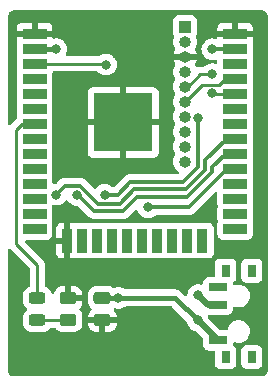
<source format=gbr>
%TF.GenerationSoftware,KiCad,Pcbnew,(6.0.5)*%
%TF.CreationDate,2023-03-06T17:13:12-03:00*%
%TF.ProjectId,ESP32_MicroSD,45535033-325f-44d6-9963-726f53442e6b,rev?*%
%TF.SameCoordinates,Original*%
%TF.FileFunction,Copper,L1,Top*%
%TF.FilePolarity,Positive*%
%FSLAX46Y46*%
G04 Gerber Fmt 4.6, Leading zero omitted, Abs format (unit mm)*
G04 Created by KiCad (PCBNEW (6.0.5)) date 2023-03-06 17:13:12*
%MOMM*%
%LPD*%
G01*
G04 APERTURE LIST*
G04 Aperture macros list*
%AMRoundRect*
0 Rectangle with rounded corners*
0 $1 Rounding radius*
0 $2 $3 $4 $5 $6 $7 $8 $9 X,Y pos of 4 corners*
0 Add a 4 corners polygon primitive as box body*
4,1,4,$2,$3,$4,$5,$6,$7,$8,$9,$2,$3,0*
0 Add four circle primitives for the rounded corners*
1,1,$1+$1,$2,$3*
1,1,$1+$1,$4,$5*
1,1,$1+$1,$6,$7*
1,1,$1+$1,$8,$9*
0 Add four rect primitives between the rounded corners*
20,1,$1+$1,$2,$3,$4,$5,0*
20,1,$1+$1,$4,$5,$6,$7,0*
20,1,$1+$1,$6,$7,$8,$9,0*
20,1,$1+$1,$8,$9,$2,$3,0*%
G04 Aperture macros list end*
%TA.AperFunction,ComponentPad*%
%ADD10R,1.000000X1.000000*%
%TD*%
%TA.AperFunction,ComponentPad*%
%ADD11O,1.000000X1.000000*%
%TD*%
%TA.AperFunction,SMDPad,CuDef*%
%ADD12RoundRect,0.250000X-0.475000X0.250000X-0.475000X-0.250000X0.475000X-0.250000X0.475000X0.250000X0*%
%TD*%
%TA.AperFunction,SMDPad,CuDef*%
%ADD13R,2.000000X0.900000*%
%TD*%
%TA.AperFunction,SMDPad,CuDef*%
%ADD14R,0.900000X2.000000*%
%TD*%
%TA.AperFunction,SMDPad,CuDef*%
%ADD15R,5.000000X5.000000*%
%TD*%
%TA.AperFunction,SMDPad,CuDef*%
%ADD16R,0.800000X1.000000*%
%TD*%
%TA.AperFunction,SMDPad,CuDef*%
%ADD17R,1.500000X0.700000*%
%TD*%
%TA.AperFunction,SMDPad,CuDef*%
%ADD18RoundRect,0.250000X0.450000X-0.262500X0.450000X0.262500X-0.450000X0.262500X-0.450000X-0.262500X0*%
%TD*%
%TA.AperFunction,SMDPad,CuDef*%
%ADD19RoundRect,0.243750X0.456250X-0.243750X0.456250X0.243750X-0.456250X0.243750X-0.456250X-0.243750X0*%
%TD*%
%TA.AperFunction,ViaPad*%
%ADD20C,0.800000*%
%TD*%
%TA.AperFunction,Conductor*%
%ADD21C,0.250000*%
%TD*%
%TA.AperFunction,Conductor*%
%ADD22C,0.300000*%
%TD*%
%TA.AperFunction,Conductor*%
%ADD23C,0.400000*%
%TD*%
%TA.AperFunction,Conductor*%
%ADD24C,0.500000*%
%TD*%
G04 APERTURE END LIST*
D10*
%TO.P,J1,9,Pin_9*%
%TO.N,Net-(J1-Pad9)*%
X87500000Y-76900000D03*
D11*
%TO.P,J1,10,Pin_10*%
%TO.N,unconnected-(J1-Pad10)*%
X87500000Y-78170000D03*
%TO.P,J1,11,Pin_11*%
%TO.N,GND*%
X87500000Y-79440000D03*
%TO.P,J1,12,Pin_12*%
%TO.N,unconnected-(J1-Pad12)*%
X87500000Y-80710000D03*
%TO.P,J1,13,Pin_13*%
%TO.N,/RX*%
X87500000Y-81980000D03*
%TO.P,J1,14,Pin_14*%
%TO.N,/TX*%
X87500000Y-83250000D03*
%TO.P,J1,15,Pin_15*%
%TO.N,unconnected-(J1-Pad15)*%
X87500000Y-84520000D03*
%TO.P,J1,16,Pin_16*%
%TO.N,unconnected-(J1-Pad16)*%
X87500000Y-85790000D03*
%TO.P,J1,17,Pin_17*%
%TO.N,unconnected-(J1-Pad17)*%
X87500000Y-87060000D03*
%TO.P,J1,18,Pin_18*%
%TO.N,unconnected-(J1-Pad18)*%
X87500000Y-88330000D03*
%TD*%
D12*
%TO.P,C2,1*%
%TO.N,+3V3*%
X80500000Y-99850000D03*
%TO.P,C2,2*%
%TO.N,GND*%
X80500000Y-101750000D03*
%TD*%
D13*
%TO.P,U1,1,GND*%
%TO.N,GND*%
X74750000Y-77495000D03*
%TO.P,U1,2,VDD*%
%TO.N,+3V3*%
X74750000Y-78765000D03*
%TO.P,U1,3,EN*%
%TO.N,Net-(JP1-Pad2)*%
X74750000Y-80035000D03*
%TO.P,U1,4,SENSOR_VP*%
%TO.N,unconnected-(U1-Pad4)*%
X74750000Y-81305000D03*
%TO.P,U1,5,SENSOR_VN*%
%TO.N,unconnected-(U1-Pad5)*%
X74750000Y-82575000D03*
%TO.P,U1,6,IO34*%
%TO.N,unconnected-(U1-Pad6)*%
X74750000Y-83845000D03*
%TO.P,U1,7,IO35*%
%TO.N,Net-(D1-Pad2)*%
X74750000Y-85115000D03*
%TO.P,U1,8,IO32*%
%TO.N,unconnected-(U1-Pad8)*%
X74750000Y-86385000D03*
%TO.P,U1,9,IO33*%
%TO.N,unconnected-(U1-Pad9)*%
X74750000Y-87655000D03*
%TO.P,U1,10,IO25*%
%TO.N,unconnected-(U1-Pad10)*%
X74750000Y-88925000D03*
%TO.P,U1,11,IO26*%
%TO.N,unconnected-(U1-Pad11)*%
X74750000Y-90195000D03*
%TO.P,U1,12,IO27*%
%TO.N,unconnected-(U1-Pad12)*%
X74750000Y-91465000D03*
%TO.P,U1,13,IO14*%
%TO.N,unconnected-(U1-Pad13)*%
X74750000Y-92735000D03*
%TO.P,U1,14,IO12*%
%TO.N,unconnected-(U1-Pad14)*%
X74750000Y-94005000D03*
D14*
%TO.P,U1,15,GND*%
%TO.N,GND*%
X77535000Y-95005000D03*
%TO.P,U1,16,IO13*%
%TO.N,unconnected-(U1-Pad16)*%
X78805000Y-95005000D03*
%TO.P,U1,17,SHD/SD2*%
%TO.N,unconnected-(U1-Pad17)*%
X80075000Y-95005000D03*
%TO.P,U1,18,SWP/SD3*%
%TO.N,unconnected-(U1-Pad18)*%
X81345000Y-95005000D03*
%TO.P,U1,19,SCS/CMD*%
%TO.N,unconnected-(U1-Pad19)*%
X82615000Y-95005000D03*
%TO.P,U1,20,SCK/CLK*%
%TO.N,unconnected-(U1-Pad20)*%
X83885000Y-95005000D03*
%TO.P,U1,21,SDO/SD0*%
%TO.N,unconnected-(U1-Pad21)*%
X85155000Y-95005000D03*
%TO.P,U1,22,SDI/SD1*%
%TO.N,unconnected-(U1-Pad22)*%
X86425000Y-95005000D03*
%TO.P,U1,23,IO15*%
%TO.N,unconnected-(U1-Pad23)*%
X87695000Y-95005000D03*
%TO.P,U1,24,IO2*%
%TO.N,unconnected-(U1-Pad24)*%
X88965000Y-95005000D03*
D13*
%TO.P,U1,25,IO0*%
%TO.N,unconnected-(U1-Pad25)*%
X91750000Y-94005000D03*
%TO.P,U1,26,IO4*%
%TO.N,unconnected-(U1-Pad26)*%
X91750000Y-92735000D03*
%TO.P,U1,27,IO16*%
%TO.N,unconnected-(U1-Pad27)*%
X91750000Y-91465000D03*
%TO.P,U1,28,IO17*%
%TO.N,unconnected-(U1-Pad28)*%
X91750000Y-90195000D03*
%TO.P,U1,29,IO5*%
%TO.N,/IO5*%
X91750000Y-88925000D03*
%TO.P,U1,30,IO18*%
%TO.N,/IO18*%
X91750000Y-87655000D03*
%TO.P,U1,31,IO19*%
%TO.N,/IO19*%
X91750000Y-86385000D03*
%TO.P,U1,32,NC*%
%TO.N,unconnected-(U1-Pad32)*%
X91750000Y-85115000D03*
%TO.P,U1,33,IO21*%
%TO.N,unconnected-(U1-Pad33)*%
X91750000Y-83845000D03*
%TO.P,U1,34,RXD0/IO3*%
%TO.N,/RX*%
X91750000Y-82575000D03*
%TO.P,U1,35,TXD0/IO1*%
%TO.N,/TX*%
X91750000Y-81305000D03*
%TO.P,U1,36,IO22*%
%TO.N,unconnected-(U1-Pad36)*%
X91750000Y-80035000D03*
%TO.P,U1,37,IO23*%
%TO.N,/IO23*%
X91750000Y-78765000D03*
%TO.P,U1,38,GND*%
%TO.N,GND*%
X91750000Y-77495000D03*
D15*
%TO.P,U1,39,GND*%
X82250000Y-84995000D03*
%TD*%
D16*
%TO.P,SW1,*%
%TO.N,*%
X90920000Y-97550000D03*
X93130000Y-97550000D03*
X93130000Y-104850000D03*
X90920000Y-104850000D03*
D17*
%TO.P,SW1,1,A*%
%TO.N,+3V3*%
X90270000Y-103450000D03*
%TO.P,SW1,2,B*%
%TO.N,Net-(J1-Pad9)*%
X90270000Y-100450000D03*
%TO.P,SW1,3,C*%
%TO.N,unconnected-(SW1-Pad3)*%
X90270000Y-98950000D03*
%TD*%
D18*
%TO.P,R5,1*%
%TO.N,Net-(D1-Pad1)*%
X77600000Y-101712500D03*
%TO.P,R5,2*%
%TO.N,GND*%
X77600000Y-99887500D03*
%TD*%
D19*
%TO.P,D1,1,K*%
%TO.N,Net-(D1-Pad1)*%
X75000000Y-101737500D03*
%TO.P,D1,2,A*%
%TO.N,Net-(D1-Pad2)*%
X75000000Y-99862500D03*
%TD*%
D20*
%TO.N,/RX*%
X89800000Y-82524500D03*
X89800000Y-80900000D03*
%TO.N,Net-(JP1-Pad2)*%
X80800000Y-80100000D03*
%TO.N,+3V3*%
X76600000Y-78800000D03*
X88550000Y-101750000D03*
X81850000Y-99850000D03*
%TO.N,/IO19*%
X76600000Y-91100000D03*
%TO.N,/IO18*%
X78350008Y-91149992D03*
%TO.N,/IO23*%
X80680000Y-91120000D03*
X89800000Y-78800000D03*
X88600000Y-84600000D03*
%TO.N,/IO5*%
X84350000Y-92200000D03*
%TO.N,Net-(J1-Pad9)*%
X88600000Y-99600000D03*
%TD*%
D21*
%TO.N,/TX*%
X87500000Y-83250000D02*
X88950000Y-81800000D01*
X88950000Y-81800000D02*
X90400000Y-81800000D01*
X91745000Y-81300000D02*
X91750000Y-81305000D01*
X90400000Y-81800000D02*
X90900000Y-81300000D01*
X90900000Y-81300000D02*
X91745000Y-81300000D01*
%TO.N,/RX*%
X87720000Y-81980000D02*
X87500000Y-81980000D01*
X88800000Y-80900000D02*
X87720000Y-81980000D01*
X89800000Y-80900000D02*
X88800000Y-80900000D01*
X89850500Y-82575000D02*
X91750000Y-82575000D01*
X89800000Y-82524500D02*
X89850500Y-82575000D01*
D22*
%TO.N,/IO23*%
X87350000Y-90050000D02*
X82850000Y-90050000D01*
X82850000Y-90050000D02*
X81780000Y-91120000D01*
X88600000Y-88800000D02*
X87350000Y-90050000D01*
X88600000Y-84600000D02*
X88600000Y-88800000D01*
X81780000Y-91120000D02*
X80680000Y-91120000D01*
D21*
%TO.N,Net-(JP1-Pad2)*%
X80735000Y-80035000D02*
X80800000Y-80100000D01*
X74750000Y-80035000D02*
X80735000Y-80035000D01*
D23*
%TO.N,+3V3*%
X86650000Y-99850000D02*
X80500000Y-99850000D01*
D24*
X90270000Y-103450000D02*
X90250000Y-103450000D01*
X90250000Y-103450000D02*
X88550000Y-101750000D01*
D23*
X76600000Y-78800000D02*
X74785000Y-78800000D01*
X88550000Y-101750000D02*
X86650000Y-99850000D01*
X74785000Y-78800000D02*
X74750000Y-78765000D01*
D22*
%TO.N,/IO19*%
X77349511Y-90350489D02*
X78610459Y-90350489D01*
D21*
X91015000Y-86385000D02*
X91750000Y-86385000D01*
D22*
X83200000Y-90650000D02*
X87550000Y-90650000D01*
X89200000Y-88200000D02*
X91015000Y-86385000D01*
X76600000Y-91100000D02*
X77349511Y-90350489D01*
X89200000Y-89000000D02*
X89200000Y-88200000D01*
X87550000Y-90650000D02*
X89200000Y-89000000D01*
X80159970Y-91900000D02*
X81950000Y-91900000D01*
X81950000Y-91900000D02*
X83200000Y-90650000D01*
X78610459Y-90350489D02*
X80159970Y-91900000D01*
%TO.N,/IO18*%
X79800000Y-92500000D02*
X82250000Y-92500000D01*
X87700000Y-91300000D02*
X89800000Y-89200000D01*
X78400000Y-91100000D02*
X79800000Y-92500000D01*
D21*
X78350008Y-91149992D02*
X78400000Y-91100000D01*
D22*
X89800000Y-89200000D02*
X89800000Y-88800000D01*
D21*
X90945000Y-87655000D02*
X91750000Y-87655000D01*
D22*
X82250000Y-92500000D02*
X83450000Y-91300000D01*
X83450000Y-91300000D02*
X87700000Y-91300000D01*
X89800000Y-88800000D02*
X90945000Y-87655000D01*
D21*
%TO.N,/IO23*%
X91715000Y-78800000D02*
X91750000Y-78765000D01*
D22*
X89800000Y-78800000D02*
X91715000Y-78800000D01*
D21*
%TO.N,/IO5*%
X91075000Y-88925000D02*
X91750000Y-88925000D01*
D22*
X84350000Y-92200000D02*
X87800000Y-92200000D01*
X87800000Y-92200000D02*
X91075000Y-88925000D01*
D21*
%TO.N,GND*%
X77575000Y-100137500D02*
X77600000Y-100112500D01*
D24*
%TO.N,Net-(J1-Pad9)*%
X88600000Y-99600000D02*
X89450000Y-100450000D01*
X89450000Y-100450000D02*
X90270000Y-100450000D01*
D21*
%TO.N,Net-(D1-Pad1)*%
X77575000Y-101737500D02*
X77600000Y-101712500D01*
X75000000Y-101737500D02*
X77575000Y-101737500D01*
%TO.N,Net-(D1-Pad2)*%
X74750000Y-85115000D02*
X73685000Y-85115000D01*
X73200000Y-95300000D02*
X75000000Y-97100000D01*
X73200000Y-85600000D02*
X73200000Y-95300000D01*
X73685000Y-85115000D02*
X73200000Y-85600000D01*
X75000000Y-97100000D02*
X75000000Y-99687980D01*
%TD*%
%TA.AperFunction,Conductor*%
%TO.N,GND*%
G36*
X93970018Y-75510000D02*
G01*
X93984852Y-75512310D01*
X93984855Y-75512310D01*
X93993724Y-75513691D01*
X94002626Y-75512527D01*
X94002750Y-75512511D01*
X94033192Y-75512240D01*
X94040621Y-75513077D01*
X94095264Y-75519234D01*
X94122771Y-75525513D01*
X94199853Y-75552485D01*
X94225274Y-75564727D01*
X94294426Y-75608178D01*
X94316485Y-75625770D01*
X94374230Y-75683515D01*
X94391822Y-75705574D01*
X94435273Y-75774726D01*
X94447515Y-75800147D01*
X94474487Y-75877228D01*
X94480766Y-75904736D01*
X94487018Y-75960226D01*
X94486923Y-75975868D01*
X94487800Y-75975879D01*
X94487690Y-75984851D01*
X94486309Y-75993724D01*
X94487473Y-76002626D01*
X94487473Y-76002628D01*
X94490436Y-76025283D01*
X94491500Y-76041621D01*
X94491500Y-105950633D01*
X94490000Y-105970018D01*
X94486309Y-105993724D01*
X94487473Y-106002626D01*
X94487489Y-106002750D01*
X94487760Y-106033192D01*
X94485430Y-106053870D01*
X94480766Y-106095264D01*
X94474487Y-106122771D01*
X94447515Y-106199853D01*
X94435273Y-106225274D01*
X94391822Y-106294426D01*
X94374230Y-106316485D01*
X94316485Y-106374230D01*
X94294426Y-106391822D01*
X94225274Y-106435273D01*
X94199853Y-106447515D01*
X94122772Y-106474487D01*
X94095264Y-106480766D01*
X94039774Y-106487018D01*
X94024132Y-106486923D01*
X94024121Y-106487800D01*
X94015149Y-106487690D01*
X94006276Y-106486309D01*
X93997374Y-106487473D01*
X93997372Y-106487473D01*
X93986385Y-106488910D01*
X93974714Y-106490436D01*
X93958379Y-106491500D01*
X73049367Y-106491500D01*
X73029982Y-106490000D01*
X73015148Y-106487690D01*
X73015145Y-106487690D01*
X73006276Y-106486309D01*
X72997374Y-106487473D01*
X72997250Y-106487489D01*
X72966808Y-106487760D01*
X72946130Y-106485430D01*
X72904736Y-106480766D01*
X72877229Y-106474487D01*
X72800147Y-106447515D01*
X72774726Y-106435273D01*
X72705574Y-106391822D01*
X72683515Y-106374230D01*
X72625770Y-106316485D01*
X72608178Y-106294426D01*
X72564727Y-106225274D01*
X72552485Y-106199853D01*
X72525513Y-106122772D01*
X72519234Y-106095266D01*
X72513170Y-106041451D01*
X72512888Y-106016640D01*
X72513576Y-106012552D01*
X72513729Y-106000000D01*
X72509773Y-105972376D01*
X72508500Y-105954514D01*
X72508500Y-95813200D01*
X72528502Y-95745079D01*
X72582158Y-95698586D01*
X72652432Y-95688482D01*
X72717012Y-95717976D01*
X72726352Y-95726949D01*
X72729868Y-95730694D01*
X72734528Y-95737107D01*
X72768605Y-95765298D01*
X72777384Y-95773288D01*
X74329595Y-97325499D01*
X74363621Y-97387811D01*
X74366500Y-97414594D01*
X74366500Y-98794056D01*
X74346498Y-98862177D01*
X74292842Y-98908670D01*
X74280377Y-98913579D01*
X74229427Y-98930578D01*
X74229425Y-98930579D01*
X74222474Y-98932898D01*
X74073311Y-99025203D01*
X73949383Y-99149347D01*
X73945543Y-99155577D01*
X73945542Y-99155578D01*
X73935369Y-99172082D01*
X73857339Y-99298671D01*
X73855034Y-99305619D01*
X73855034Y-99305620D01*
X73805683Y-99454409D01*
X73802115Y-99465165D01*
X73791500Y-99568769D01*
X73791501Y-100156230D01*
X73802384Y-100261129D01*
X73804563Y-100267660D01*
X73804564Y-100267665D01*
X73853990Y-100415811D01*
X73857898Y-100427526D01*
X73950203Y-100576689D01*
X74074347Y-100700617D01*
X74077270Y-100702419D01*
X74117408Y-100759029D01*
X74120642Y-100829952D01*
X74085018Y-100891364D01*
X74078622Y-100896916D01*
X74073311Y-100900203D01*
X73949383Y-101024347D01*
X73857339Y-101173671D01*
X73855034Y-101180619D01*
X73855034Y-101180620D01*
X73814576Y-101302598D01*
X73802115Y-101340165D01*
X73791500Y-101443769D01*
X73791501Y-102031230D01*
X73802384Y-102136129D01*
X73804563Y-102142660D01*
X73804564Y-102142665D01*
X73810778Y-102161290D01*
X73857898Y-102302526D01*
X73950203Y-102451689D01*
X74074347Y-102575617D01*
X74080577Y-102579457D01*
X74080578Y-102579458D01*
X74113986Y-102600051D01*
X74223671Y-102667661D01*
X74230619Y-102669966D01*
X74230620Y-102669966D01*
X74383634Y-102720719D01*
X74383636Y-102720719D01*
X74390165Y-102722885D01*
X74493769Y-102733500D01*
X74996096Y-102733500D01*
X75506230Y-102733499D01*
X75611129Y-102722616D01*
X75617660Y-102720437D01*
X75617665Y-102720436D01*
X75770578Y-102669420D01*
X75777526Y-102667102D01*
X75926689Y-102574797D01*
X76050617Y-102450653D01*
X76055259Y-102443123D01*
X76062802Y-102430885D01*
X76115574Y-102383391D01*
X76170062Y-102371000D01*
X76432835Y-102371000D01*
X76500956Y-102391002D01*
X76539978Y-102430695D01*
X76547669Y-102443123D01*
X76547673Y-102443128D01*
X76551522Y-102449348D01*
X76676697Y-102574305D01*
X76682927Y-102578145D01*
X76682928Y-102578146D01*
X76820090Y-102662694D01*
X76827262Y-102667115D01*
X76835858Y-102669966D01*
X76988611Y-102720632D01*
X76988613Y-102720632D01*
X76995139Y-102722797D01*
X77001975Y-102723497D01*
X77001978Y-102723498D01*
X77045031Y-102727909D01*
X77099600Y-102733500D01*
X78100400Y-102733500D01*
X78103646Y-102733163D01*
X78103650Y-102733163D01*
X78199308Y-102723238D01*
X78199312Y-102723237D01*
X78206166Y-102722526D01*
X78212702Y-102720345D01*
X78212704Y-102720345D01*
X78363707Y-102669966D01*
X78373946Y-102666550D01*
X78524348Y-102573478D01*
X78649305Y-102448303D01*
X78661286Y-102428866D01*
X78738275Y-102303968D01*
X78738276Y-102303966D01*
X78742115Y-102297738D01*
X78797797Y-102129861D01*
X78800086Y-102107526D01*
X78805609Y-102053614D01*
X78806277Y-102047095D01*
X79267001Y-102047095D01*
X79267338Y-102053614D01*
X79277257Y-102149206D01*
X79280149Y-102162600D01*
X79331588Y-102316784D01*
X79337761Y-102329962D01*
X79423063Y-102467807D01*
X79432099Y-102479208D01*
X79546829Y-102593739D01*
X79558240Y-102602751D01*
X79696243Y-102687816D01*
X79709424Y-102693963D01*
X79863710Y-102745138D01*
X79877086Y-102748005D01*
X79971438Y-102757672D01*
X79977854Y-102758000D01*
X80227885Y-102758000D01*
X80243124Y-102753525D01*
X80244329Y-102752135D01*
X80246000Y-102744452D01*
X80246000Y-102739884D01*
X80754000Y-102739884D01*
X80758475Y-102755123D01*
X80759865Y-102756328D01*
X80767548Y-102757999D01*
X81022095Y-102757999D01*
X81028614Y-102757662D01*
X81124206Y-102747743D01*
X81137600Y-102744851D01*
X81291784Y-102693412D01*
X81304962Y-102687239D01*
X81442807Y-102601937D01*
X81454208Y-102592901D01*
X81568739Y-102478171D01*
X81577751Y-102466760D01*
X81662816Y-102328757D01*
X81668963Y-102315576D01*
X81720138Y-102161290D01*
X81723005Y-102147914D01*
X81732672Y-102053562D01*
X81733000Y-102047146D01*
X81733000Y-102022115D01*
X81728525Y-102006876D01*
X81727135Y-102005671D01*
X81719452Y-102004000D01*
X80772115Y-102004000D01*
X80756876Y-102008475D01*
X80755671Y-102009865D01*
X80754000Y-102017548D01*
X80754000Y-102739884D01*
X80246000Y-102739884D01*
X80246000Y-102022115D01*
X80241525Y-102006876D01*
X80240135Y-102005671D01*
X80232452Y-102004000D01*
X79285116Y-102004000D01*
X79269877Y-102008475D01*
X79268672Y-102009865D01*
X79267001Y-102017548D01*
X79267001Y-102047095D01*
X78806277Y-102047095D01*
X78808500Y-102025400D01*
X78808500Y-101399600D01*
X78803436Y-101350794D01*
X78798238Y-101300692D01*
X78798237Y-101300688D01*
X78797526Y-101293834D01*
X78741550Y-101126054D01*
X78648478Y-100975652D01*
X78583028Y-100910316D01*
X78561537Y-100888862D01*
X78527458Y-100826579D01*
X78532461Y-100755759D01*
X78561382Y-100710671D01*
X78643739Y-100628171D01*
X78652751Y-100616760D01*
X78737816Y-100478757D01*
X78743963Y-100465576D01*
X78795138Y-100311290D01*
X78798005Y-100297914D01*
X78807672Y-100203562D01*
X78808000Y-100197146D01*
X78808000Y-100159615D01*
X78805294Y-100150400D01*
X79266500Y-100150400D01*
X79266837Y-100153646D01*
X79266837Y-100153650D01*
X79272741Y-100210547D01*
X79277474Y-100256166D01*
X79333450Y-100423946D01*
X79426522Y-100574348D01*
X79431704Y-100579521D01*
X79439641Y-100587444D01*
X79551697Y-100699305D01*
X79556235Y-100702102D01*
X79596824Y-100759353D01*
X79600054Y-100830276D01*
X79564428Y-100891687D01*
X79555932Y-100899062D01*
X79545793Y-100907098D01*
X79431261Y-101021829D01*
X79422249Y-101033240D01*
X79337184Y-101171243D01*
X79331037Y-101184424D01*
X79279862Y-101338710D01*
X79276995Y-101352086D01*
X79267328Y-101446438D01*
X79267000Y-101452855D01*
X79267000Y-101477885D01*
X79271475Y-101493124D01*
X79272865Y-101494329D01*
X79280548Y-101496000D01*
X81714884Y-101496000D01*
X81730123Y-101491525D01*
X81731328Y-101490135D01*
X81732999Y-101482452D01*
X81732999Y-101452905D01*
X81732662Y-101446386D01*
X81722743Y-101350794D01*
X81719851Y-101337400D01*
X81668412Y-101183216D01*
X81662239Y-101170038D01*
X81576937Y-101032193D01*
X81567901Y-101020792D01*
X81485112Y-100938147D01*
X81451033Y-100875864D01*
X81456036Y-100805044D01*
X81498533Y-100748172D01*
X81565032Y-100723303D01*
X81600327Y-100725727D01*
X81748056Y-100757128D01*
X81748061Y-100757128D01*
X81754513Y-100758500D01*
X81945487Y-100758500D01*
X81951939Y-100757128D01*
X81951944Y-100757128D01*
X82038888Y-100738647D01*
X82132288Y-100718794D01*
X82151074Y-100710430D01*
X82300722Y-100643803D01*
X82300724Y-100643802D01*
X82306752Y-100641118D01*
X82387344Y-100582564D01*
X82454211Y-100558706D01*
X82461405Y-100558500D01*
X86304340Y-100558500D01*
X86372461Y-100578502D01*
X86393435Y-100595405D01*
X87615335Y-101817305D01*
X87649361Y-101879617D01*
X87651550Y-101893228D01*
X87656458Y-101939928D01*
X87715473Y-102121556D01*
X87810960Y-102286944D01*
X87815378Y-102291851D01*
X87815379Y-102291852D01*
X87875339Y-102358444D01*
X87938747Y-102428866D01*
X88093248Y-102541118D01*
X88099276Y-102543802D01*
X88099278Y-102543803D01*
X88261681Y-102616109D01*
X88267712Y-102618794D01*
X88274167Y-102620166D01*
X88274176Y-102620169D01*
X88330772Y-102632199D01*
X88393669Y-102666350D01*
X88974595Y-103247276D01*
X89008621Y-103309588D01*
X89011500Y-103336371D01*
X89011500Y-103848134D01*
X89011869Y-103851531D01*
X89012185Y-103854440D01*
X89018255Y-103910316D01*
X89069385Y-104046705D01*
X89156739Y-104163261D01*
X89273295Y-104250615D01*
X89409684Y-104301745D01*
X89471866Y-104308500D01*
X89885500Y-104308500D01*
X89953621Y-104328502D01*
X90000114Y-104382158D01*
X90011500Y-104434500D01*
X90011500Y-105398134D01*
X90018255Y-105460316D01*
X90069385Y-105596705D01*
X90156739Y-105713261D01*
X90273295Y-105800615D01*
X90409684Y-105851745D01*
X90471866Y-105858500D01*
X91368134Y-105858500D01*
X91430316Y-105851745D01*
X91566705Y-105800615D01*
X91683261Y-105713261D01*
X91770615Y-105596705D01*
X91821745Y-105460316D01*
X91828500Y-105398134D01*
X92221500Y-105398134D01*
X92228255Y-105460316D01*
X92279385Y-105596705D01*
X92366739Y-105713261D01*
X92483295Y-105800615D01*
X92619684Y-105851745D01*
X92681866Y-105858500D01*
X93578134Y-105858500D01*
X93640316Y-105851745D01*
X93776705Y-105800615D01*
X93893261Y-105713261D01*
X93980615Y-105596705D01*
X94031745Y-105460316D01*
X94038500Y-105398134D01*
X94038500Y-104301866D01*
X94031745Y-104239684D01*
X93980615Y-104103295D01*
X93893261Y-103986739D01*
X93776705Y-103899385D01*
X93640316Y-103848255D01*
X93578134Y-103841500D01*
X92681866Y-103841500D01*
X92619684Y-103848255D01*
X92483295Y-103899385D01*
X92366739Y-103986739D01*
X92279385Y-104103295D01*
X92228255Y-104239684D01*
X92221500Y-104301866D01*
X92221500Y-105398134D01*
X91828500Y-105398134D01*
X91828500Y-104301866D01*
X91821745Y-104239684D01*
X91770615Y-104103295D01*
X91683261Y-103986739D01*
X91578935Y-103908551D01*
X91536420Y-103851692D01*
X91528500Y-103807725D01*
X91528500Y-103719207D01*
X91548502Y-103651086D01*
X91602158Y-103604593D01*
X91672432Y-103594489D01*
X91704538Y-103603569D01*
X91738684Y-103618345D01*
X91744931Y-103619650D01*
X91744934Y-103619651D01*
X91924557Y-103657176D01*
X91924562Y-103657177D01*
X91929293Y-103658165D01*
X91935685Y-103658500D01*
X92078663Y-103658500D01*
X92151653Y-103651086D01*
X92217378Y-103644410D01*
X92217379Y-103644410D01*
X92223727Y-103643765D01*
X92304843Y-103618345D01*
X92403451Y-103587444D01*
X92403456Y-103587442D01*
X92409541Y-103585535D01*
X92494696Y-103538332D01*
X92574271Y-103494223D01*
X92574274Y-103494221D01*
X92579850Y-103491130D01*
X92584691Y-103486981D01*
X92584695Y-103486978D01*
X92722855Y-103368560D01*
X92727698Y-103364409D01*
X92847046Y-103210547D01*
X92933018Y-103035829D01*
X92982102Y-102847393D01*
X92986805Y-102757662D01*
X92991959Y-102659317D01*
X92991959Y-102659313D01*
X92992293Y-102652936D01*
X92966019Y-102479208D01*
X92964130Y-102466715D01*
X92964130Y-102466714D01*
X92963175Y-102460401D01*
X92960972Y-102454415D01*
X92960971Y-102454409D01*
X92898140Y-102283640D01*
X92898138Y-102283635D01*
X92895937Y-102277654D01*
X92816296Y-102149206D01*
X92796688Y-102117582D01*
X92796687Y-102117581D01*
X92793326Y-102112160D01*
X92731798Y-102047095D01*
X92663919Y-101975315D01*
X92659534Y-101970678D01*
X92606243Y-101933363D01*
X92505259Y-101862654D01*
X92500025Y-101858989D01*
X92452013Y-101838212D01*
X92327175Y-101784190D01*
X92327171Y-101784189D01*
X92321316Y-101781655D01*
X92315069Y-101780350D01*
X92315066Y-101780349D01*
X92135443Y-101742824D01*
X92135438Y-101742823D01*
X92130707Y-101741835D01*
X92124315Y-101741500D01*
X91981337Y-101741500D01*
X91912049Y-101748538D01*
X91842622Y-101755590D01*
X91842621Y-101755590D01*
X91836273Y-101756235D01*
X91779939Y-101773889D01*
X91656549Y-101812556D01*
X91656544Y-101812558D01*
X91650459Y-101814465D01*
X91588417Y-101848856D01*
X91485729Y-101905777D01*
X91485726Y-101905779D01*
X91480150Y-101908870D01*
X91475309Y-101913019D01*
X91475305Y-101913022D01*
X91436588Y-101946207D01*
X91332302Y-102035591D01*
X91328391Y-102040633D01*
X91328390Y-102040634D01*
X91323339Y-102047146D01*
X91212954Y-102189453D01*
X91210138Y-102195176D01*
X91210136Y-102195179D01*
X91154249Y-102308757D01*
X91126982Y-102364171D01*
X91125373Y-102370347D01*
X91125371Y-102370353D01*
X91092315Y-102497260D01*
X91055788Y-102558140D01*
X90992146Y-102589606D01*
X90970384Y-102591500D01*
X90516371Y-102591500D01*
X90448250Y-102571498D01*
X90427276Y-102554595D01*
X89470125Y-101597444D01*
X89439387Y-101547285D01*
X89422724Y-101496000D01*
X89415392Y-101473436D01*
X89413364Y-101402468D01*
X89450027Y-101341671D01*
X89513739Y-101310345D01*
X89535225Y-101308500D01*
X91068134Y-101308500D01*
X91130316Y-101301745D01*
X91266705Y-101250615D01*
X91383261Y-101163261D01*
X91470615Y-101046705D01*
X91521745Y-100910316D01*
X91528500Y-100848134D01*
X91528500Y-100719207D01*
X91548502Y-100651086D01*
X91602158Y-100604593D01*
X91672432Y-100594489D01*
X91704538Y-100603569D01*
X91738684Y-100618345D01*
X91744931Y-100619650D01*
X91744934Y-100619651D01*
X91924557Y-100657176D01*
X91924562Y-100657177D01*
X91929293Y-100658165D01*
X91935685Y-100658500D01*
X92078663Y-100658500D01*
X92151653Y-100651086D01*
X92217378Y-100644410D01*
X92217379Y-100644410D01*
X92223727Y-100643765D01*
X92309901Y-100616760D01*
X92403451Y-100587444D01*
X92403456Y-100587442D01*
X92409541Y-100585535D01*
X92494695Y-100538333D01*
X92574271Y-100494223D01*
X92574274Y-100494221D01*
X92579850Y-100491130D01*
X92584691Y-100486981D01*
X92584695Y-100486978D01*
X92722855Y-100368560D01*
X92727698Y-100364409D01*
X92768902Y-100311290D01*
X92806589Y-100262704D01*
X92847046Y-100210547D01*
X92850484Y-100203562D01*
X92930200Y-100041556D01*
X92933018Y-100035829D01*
X92934628Y-100029649D01*
X92980492Y-99853575D01*
X92980492Y-99853572D01*
X92982102Y-99847393D01*
X92989772Y-99701035D01*
X92991959Y-99659317D01*
X92991959Y-99659313D01*
X92992293Y-99652936D01*
X92963175Y-99460401D01*
X92960972Y-99454415D01*
X92960971Y-99454409D01*
X92898140Y-99283640D01*
X92898138Y-99283635D01*
X92895937Y-99277654D01*
X92821248Y-99157193D01*
X92796688Y-99117582D01*
X92796687Y-99117581D01*
X92793326Y-99112160D01*
X92687920Y-99000695D01*
X92663919Y-98975315D01*
X92659534Y-98970678D01*
X92617864Y-98941500D01*
X92532987Y-98882069D01*
X92500025Y-98858989D01*
X92393203Y-98812763D01*
X92327175Y-98784190D01*
X92327171Y-98784189D01*
X92321316Y-98781655D01*
X92315069Y-98780350D01*
X92315066Y-98780349D01*
X92135443Y-98742824D01*
X92135438Y-98742823D01*
X92130707Y-98741835D01*
X92124315Y-98741500D01*
X91981337Y-98741500D01*
X91912049Y-98748538D01*
X91842622Y-98755590D01*
X91842621Y-98755590D01*
X91836273Y-98756235D01*
X91715585Y-98794056D01*
X91692179Y-98801391D01*
X91621194Y-98802675D01*
X91560783Y-98765378D01*
X91530127Y-98701341D01*
X91528500Y-98681157D01*
X91528500Y-98592275D01*
X91548502Y-98524154D01*
X91578935Y-98491449D01*
X91581290Y-98489684D01*
X91683261Y-98413261D01*
X91770615Y-98296705D01*
X91821745Y-98160316D01*
X91828500Y-98098134D01*
X92221500Y-98098134D01*
X92228255Y-98160316D01*
X92279385Y-98296705D01*
X92366739Y-98413261D01*
X92483295Y-98500615D01*
X92619684Y-98551745D01*
X92681866Y-98558500D01*
X93578134Y-98558500D01*
X93640316Y-98551745D01*
X93776705Y-98500615D01*
X93893261Y-98413261D01*
X93980615Y-98296705D01*
X94031745Y-98160316D01*
X94038500Y-98098134D01*
X94038500Y-97001866D01*
X94031745Y-96939684D01*
X93980615Y-96803295D01*
X93893261Y-96686739D01*
X93776705Y-96599385D01*
X93640316Y-96548255D01*
X93578134Y-96541500D01*
X92681866Y-96541500D01*
X92619684Y-96548255D01*
X92483295Y-96599385D01*
X92366739Y-96686739D01*
X92279385Y-96803295D01*
X92228255Y-96939684D01*
X92221500Y-97001866D01*
X92221500Y-98098134D01*
X91828500Y-98098134D01*
X91828500Y-97001866D01*
X91821745Y-96939684D01*
X91770615Y-96803295D01*
X91683261Y-96686739D01*
X91566705Y-96599385D01*
X91430316Y-96548255D01*
X91368134Y-96541500D01*
X90471866Y-96541500D01*
X90409684Y-96548255D01*
X90273295Y-96599385D01*
X90156739Y-96686739D01*
X90069385Y-96803295D01*
X90018255Y-96939684D01*
X90011500Y-97001866D01*
X90011500Y-97965500D01*
X89991498Y-98033621D01*
X89937842Y-98080114D01*
X89885500Y-98091500D01*
X89471866Y-98091500D01*
X89409684Y-98098255D01*
X89273295Y-98149385D01*
X89156739Y-98236739D01*
X89069385Y-98353295D01*
X89018255Y-98489684D01*
X89011500Y-98551866D01*
X89011500Y-98603073D01*
X88991498Y-98671194D01*
X88937842Y-98717687D01*
X88867568Y-98727791D01*
X88859303Y-98726320D01*
X88701944Y-98692872D01*
X88701939Y-98692872D01*
X88695487Y-98691500D01*
X88504513Y-98691500D01*
X88498061Y-98692872D01*
X88498056Y-98692872D01*
X88411113Y-98711353D01*
X88317712Y-98731206D01*
X88311682Y-98733891D01*
X88311681Y-98733891D01*
X88149278Y-98806197D01*
X88149276Y-98806198D01*
X88143248Y-98808882D01*
X88137907Y-98812762D01*
X88137906Y-98812763D01*
X88087843Y-98849136D01*
X87988747Y-98921134D01*
X87984326Y-98926044D01*
X87984325Y-98926045D01*
X87911700Y-99006704D01*
X87860960Y-99063056D01*
X87813192Y-99145792D01*
X87783167Y-99197798D01*
X87765473Y-99228444D01*
X87706458Y-99410072D01*
X87705768Y-99416633D01*
X87705768Y-99416635D01*
X87687048Y-99594748D01*
X87660035Y-99660405D01*
X87601813Y-99701035D01*
X87530868Y-99703738D01*
X87472643Y-99670673D01*
X87171450Y-99369480D01*
X87165596Y-99363215D01*
X87165201Y-99362762D01*
X87127561Y-99319615D01*
X87075280Y-99282871D01*
X87069986Y-99278939D01*
X87025693Y-99244209D01*
X87019718Y-99239524D01*
X87012802Y-99236401D01*
X87010516Y-99235017D01*
X86995835Y-99226643D01*
X86993475Y-99225378D01*
X86987261Y-99221010D01*
X86980182Y-99218250D01*
X86980180Y-99218249D01*
X86927725Y-99197798D01*
X86921656Y-99195247D01*
X86863427Y-99168955D01*
X86855960Y-99167571D01*
X86853405Y-99166770D01*
X86837152Y-99162141D01*
X86834572Y-99161478D01*
X86827491Y-99158718D01*
X86819960Y-99157727D01*
X86819958Y-99157726D01*
X86790339Y-99153827D01*
X86764139Y-99150378D01*
X86757641Y-99149348D01*
X86694814Y-99137704D01*
X86687234Y-99138141D01*
X86687233Y-99138141D01*
X86632608Y-99141291D01*
X86625354Y-99141500D01*
X82461405Y-99141500D01*
X82393284Y-99121498D01*
X82387344Y-99117436D01*
X82312094Y-99062763D01*
X82312093Y-99062762D01*
X82306752Y-99058882D01*
X82300724Y-99056198D01*
X82300722Y-99056197D01*
X82138319Y-98983891D01*
X82138318Y-98983891D01*
X82132288Y-98981206D01*
X82038887Y-98961353D01*
X81951944Y-98942872D01*
X81951939Y-98942872D01*
X81945487Y-98941500D01*
X81754513Y-98941500D01*
X81748061Y-98942872D01*
X81748056Y-98942872D01*
X81634475Y-98967015D01*
X81567712Y-98981206D01*
X81561679Y-98983892D01*
X81561676Y-98983893D01*
X81551320Y-98988504D01*
X81540777Y-98993198D01*
X81470411Y-99002633D01*
X81423412Y-98985352D01*
X81303968Y-98911725D01*
X81303966Y-98911724D01*
X81297738Y-98907885D01*
X81193066Y-98873167D01*
X81136389Y-98854368D01*
X81136387Y-98854368D01*
X81129861Y-98852203D01*
X81123025Y-98851503D01*
X81123022Y-98851502D01*
X81079969Y-98847091D01*
X81025400Y-98841500D01*
X79974600Y-98841500D01*
X79971354Y-98841837D01*
X79971350Y-98841837D01*
X79875692Y-98851762D01*
X79875688Y-98851763D01*
X79868834Y-98852474D01*
X79862298Y-98854655D01*
X79862296Y-98854655D01*
X79771450Y-98884964D01*
X79701054Y-98908450D01*
X79550652Y-99001522D01*
X79545479Y-99006704D01*
X79528230Y-99023983D01*
X79425695Y-99126697D01*
X79421855Y-99132927D01*
X79421854Y-99132928D01*
X79366505Y-99222721D01*
X79332885Y-99277262D01*
X79277203Y-99445139D01*
X79266500Y-99549600D01*
X79266500Y-100150400D01*
X78805294Y-100150400D01*
X78803525Y-100144376D01*
X78802135Y-100143171D01*
X78794452Y-100141500D01*
X77472000Y-100141500D01*
X77403879Y-100121498D01*
X77357386Y-100067842D01*
X77346000Y-100015500D01*
X77346000Y-99615385D01*
X77854000Y-99615385D01*
X77858475Y-99630624D01*
X77859865Y-99631829D01*
X77867548Y-99633500D01*
X78789884Y-99633500D01*
X78805123Y-99629025D01*
X78806328Y-99627635D01*
X78807999Y-99619952D01*
X78807999Y-99577905D01*
X78807662Y-99571386D01*
X78797743Y-99475794D01*
X78794851Y-99462400D01*
X78743412Y-99308216D01*
X78737239Y-99295038D01*
X78651937Y-99157193D01*
X78642901Y-99145792D01*
X78528171Y-99031261D01*
X78516760Y-99022249D01*
X78378757Y-98937184D01*
X78365576Y-98931037D01*
X78211290Y-98879862D01*
X78197914Y-98876995D01*
X78103562Y-98867328D01*
X78097145Y-98867000D01*
X77872115Y-98867000D01*
X77856876Y-98871475D01*
X77855671Y-98872865D01*
X77854000Y-98880548D01*
X77854000Y-99615385D01*
X77346000Y-99615385D01*
X77346000Y-98885116D01*
X77341525Y-98869877D01*
X77340135Y-98868672D01*
X77332452Y-98867001D01*
X77102905Y-98867001D01*
X77096386Y-98867338D01*
X77000794Y-98877257D01*
X76987400Y-98880149D01*
X76833216Y-98931588D01*
X76820038Y-98937761D01*
X76682193Y-99023063D01*
X76670792Y-99032099D01*
X76556261Y-99146829D01*
X76547249Y-99158240D01*
X76462184Y-99296243D01*
X76456037Y-99309424D01*
X76420759Y-99415783D01*
X76380328Y-99474142D01*
X76314764Y-99501379D01*
X76244882Y-99488845D01*
X76192870Y-99440521D01*
X76181642Y-99415991D01*
X76144420Y-99304422D01*
X76142102Y-99297474D01*
X76049797Y-99148311D01*
X75925653Y-99024383D01*
X75776329Y-98932339D01*
X75719831Y-98913599D01*
X75661472Y-98873167D01*
X75634236Y-98807603D01*
X75633500Y-98794006D01*
X75633500Y-97178763D01*
X75634027Y-97167579D01*
X75635701Y-97160091D01*
X75633562Y-97092032D01*
X75633500Y-97088075D01*
X75633500Y-97060144D01*
X75632994Y-97056138D01*
X75632061Y-97044292D01*
X75630922Y-97008037D01*
X75630673Y-97000110D01*
X75625022Y-96980658D01*
X75621014Y-96961306D01*
X75619468Y-96949068D01*
X75619467Y-96949066D01*
X75618474Y-96941203D01*
X75602194Y-96900086D01*
X75598359Y-96888885D01*
X75586018Y-96846406D01*
X75581985Y-96839587D01*
X75581983Y-96839582D01*
X75575707Y-96828971D01*
X75567010Y-96811221D01*
X75559552Y-96792383D01*
X75533571Y-96756623D01*
X75527053Y-96746701D01*
X75508578Y-96715460D01*
X75508574Y-96715455D01*
X75504542Y-96708637D01*
X75490218Y-96694313D01*
X75477376Y-96679278D01*
X75465472Y-96662893D01*
X75431406Y-96634711D01*
X75422627Y-96626722D01*
X74845574Y-96049669D01*
X76577001Y-96049669D01*
X76577371Y-96056490D01*
X76582895Y-96107352D01*
X76586521Y-96122604D01*
X76631676Y-96243054D01*
X76640214Y-96258649D01*
X76716715Y-96360724D01*
X76729276Y-96373285D01*
X76831351Y-96449786D01*
X76846946Y-96458324D01*
X76967394Y-96503478D01*
X76982649Y-96507105D01*
X77033514Y-96512631D01*
X77040328Y-96513000D01*
X77262885Y-96513000D01*
X77278124Y-96508525D01*
X77279329Y-96507135D01*
X77281000Y-96499452D01*
X77281000Y-96494884D01*
X77789000Y-96494884D01*
X77793475Y-96510123D01*
X77794865Y-96511328D01*
X77802548Y-96512999D01*
X78029669Y-96512999D01*
X78036490Y-96512629D01*
X78087352Y-96507105D01*
X78102600Y-96503480D01*
X78125057Y-96495061D01*
X78195864Y-96489878D01*
X78213510Y-96495058D01*
X78244684Y-96506745D01*
X78306866Y-96513500D01*
X79303134Y-96513500D01*
X79365316Y-96506745D01*
X79395771Y-96495328D01*
X79466577Y-96490145D01*
X79484224Y-96495326D01*
X79514684Y-96506745D01*
X79576866Y-96513500D01*
X80573134Y-96513500D01*
X80635316Y-96506745D01*
X80665771Y-96495328D01*
X80736577Y-96490145D01*
X80754224Y-96495326D01*
X80784684Y-96506745D01*
X80846866Y-96513500D01*
X81843134Y-96513500D01*
X81905316Y-96506745D01*
X81935771Y-96495328D01*
X82006577Y-96490145D01*
X82024224Y-96495326D01*
X82054684Y-96506745D01*
X82116866Y-96513500D01*
X83113134Y-96513500D01*
X83175316Y-96506745D01*
X83205771Y-96495328D01*
X83276577Y-96490145D01*
X83294224Y-96495326D01*
X83324684Y-96506745D01*
X83386866Y-96513500D01*
X84383134Y-96513500D01*
X84445316Y-96506745D01*
X84475771Y-96495328D01*
X84546577Y-96490145D01*
X84564224Y-96495326D01*
X84594684Y-96506745D01*
X84656866Y-96513500D01*
X85653134Y-96513500D01*
X85715316Y-96506745D01*
X85745771Y-96495328D01*
X85816577Y-96490145D01*
X85834224Y-96495326D01*
X85864684Y-96506745D01*
X85926866Y-96513500D01*
X86923134Y-96513500D01*
X86985316Y-96506745D01*
X87015771Y-96495328D01*
X87086577Y-96490145D01*
X87104224Y-96495326D01*
X87134684Y-96506745D01*
X87196866Y-96513500D01*
X88193134Y-96513500D01*
X88255316Y-96506745D01*
X88285771Y-96495328D01*
X88356577Y-96490145D01*
X88374224Y-96495326D01*
X88404684Y-96506745D01*
X88466866Y-96513500D01*
X89463134Y-96513500D01*
X89525316Y-96506745D01*
X89661705Y-96455615D01*
X89778261Y-96368261D01*
X89865615Y-96251705D01*
X89916745Y-96115316D01*
X89923500Y-96053134D01*
X89923500Y-93956866D01*
X89916745Y-93894684D01*
X89865615Y-93758295D01*
X89778261Y-93641739D01*
X89661705Y-93554385D01*
X89525316Y-93503255D01*
X89463134Y-93496500D01*
X88466866Y-93496500D01*
X88404684Y-93503255D01*
X88374229Y-93514672D01*
X88303423Y-93519855D01*
X88285776Y-93514674D01*
X88255316Y-93503255D01*
X88193134Y-93496500D01*
X87196866Y-93496500D01*
X87134684Y-93503255D01*
X87104229Y-93514672D01*
X87033423Y-93519855D01*
X87015776Y-93514674D01*
X86985316Y-93503255D01*
X86923134Y-93496500D01*
X85926866Y-93496500D01*
X85864684Y-93503255D01*
X85834229Y-93514672D01*
X85763423Y-93519855D01*
X85745776Y-93514674D01*
X85715316Y-93503255D01*
X85653134Y-93496500D01*
X84656866Y-93496500D01*
X84594684Y-93503255D01*
X84564229Y-93514672D01*
X84493423Y-93519855D01*
X84475776Y-93514674D01*
X84445316Y-93503255D01*
X84383134Y-93496500D01*
X83386866Y-93496500D01*
X83324684Y-93503255D01*
X83294229Y-93514672D01*
X83223423Y-93519855D01*
X83205776Y-93514674D01*
X83175316Y-93503255D01*
X83113134Y-93496500D01*
X82116866Y-93496500D01*
X82054684Y-93503255D01*
X82024229Y-93514672D01*
X81953423Y-93519855D01*
X81935776Y-93514674D01*
X81905316Y-93503255D01*
X81843134Y-93496500D01*
X80846866Y-93496500D01*
X80784684Y-93503255D01*
X80754229Y-93514672D01*
X80683423Y-93519855D01*
X80665776Y-93514674D01*
X80635316Y-93503255D01*
X80573134Y-93496500D01*
X79576866Y-93496500D01*
X79514684Y-93503255D01*
X79484229Y-93514672D01*
X79413423Y-93519855D01*
X79395776Y-93514674D01*
X79365316Y-93503255D01*
X79303134Y-93496500D01*
X78306866Y-93496500D01*
X78244684Y-93503255D01*
X78213517Y-93514939D01*
X78142712Y-93520122D01*
X78125057Y-93514939D01*
X78102602Y-93506521D01*
X78087351Y-93502895D01*
X78036486Y-93497369D01*
X78029672Y-93497000D01*
X77807115Y-93497000D01*
X77791876Y-93501475D01*
X77790671Y-93502865D01*
X77789000Y-93510548D01*
X77789000Y-96494884D01*
X77281000Y-96494884D01*
X77281000Y-95277115D01*
X77276525Y-95261876D01*
X77275135Y-95260671D01*
X77267452Y-95259000D01*
X76595116Y-95259000D01*
X76579877Y-95263475D01*
X76578672Y-95264865D01*
X76577001Y-95272548D01*
X76577001Y-96049669D01*
X74845574Y-96049669D01*
X73974500Y-95178595D01*
X73940474Y-95116283D01*
X73945539Y-95045468D01*
X73988086Y-94988632D01*
X74054606Y-94963821D01*
X74063595Y-94963500D01*
X75798134Y-94963500D01*
X75860316Y-94956745D01*
X75996705Y-94905615D01*
X76113261Y-94818261D01*
X76177247Y-94732885D01*
X76577000Y-94732885D01*
X76581475Y-94748124D01*
X76582865Y-94749329D01*
X76590548Y-94751000D01*
X77262885Y-94751000D01*
X77278124Y-94746525D01*
X77279329Y-94745135D01*
X77281000Y-94737452D01*
X77281000Y-93515116D01*
X77276525Y-93499877D01*
X77275135Y-93498672D01*
X77267452Y-93497001D01*
X77040331Y-93497001D01*
X77033510Y-93497371D01*
X76982648Y-93502895D01*
X76967396Y-93506521D01*
X76846946Y-93551676D01*
X76831351Y-93560214D01*
X76729276Y-93636715D01*
X76716715Y-93649276D01*
X76640214Y-93751351D01*
X76631676Y-93766946D01*
X76586522Y-93887394D01*
X76582895Y-93902649D01*
X76577369Y-93953514D01*
X76577000Y-93960328D01*
X76577000Y-94732885D01*
X76177247Y-94732885D01*
X76200615Y-94701705D01*
X76251745Y-94565316D01*
X76258500Y-94503134D01*
X76258500Y-93506866D01*
X76251745Y-93444684D01*
X76240328Y-93414229D01*
X76235145Y-93343423D01*
X76240326Y-93325776D01*
X76251745Y-93295316D01*
X76258500Y-93233134D01*
X76258500Y-92236866D01*
X76251745Y-92174684D01*
X76242869Y-92151007D01*
X76237687Y-92080200D01*
X76271609Y-92017831D01*
X76333865Y-91983703D01*
X76387048Y-91983532D01*
X76387853Y-91983703D01*
X76498056Y-92007128D01*
X76498061Y-92007128D01*
X76504513Y-92008500D01*
X76695487Y-92008500D01*
X76701939Y-92007128D01*
X76701944Y-92007128D01*
X76788887Y-91988647D01*
X76882288Y-91968794D01*
X76895001Y-91963134D01*
X77050722Y-91893803D01*
X77050724Y-91893802D01*
X77056752Y-91891118D01*
X77211253Y-91778866D01*
X77339040Y-91636944D01*
X77342344Y-91631222D01*
X77351455Y-91615442D01*
X77402838Y-91566449D01*
X77472552Y-91553014D01*
X77538462Y-91579401D01*
X77569690Y-91615441D01*
X77610968Y-91686936D01*
X77738755Y-91828858D01*
X77893256Y-91941110D01*
X77899284Y-91943794D01*
X77899286Y-91943795D01*
X78044617Y-92008500D01*
X78067720Y-92018786D01*
X78161121Y-92038639D01*
X78248064Y-92057120D01*
X78248069Y-92057120D01*
X78254521Y-92058492D01*
X78375042Y-92058492D01*
X78443163Y-92078494D01*
X78464137Y-92095397D01*
X79276345Y-92907605D01*
X79284335Y-92916385D01*
X79288584Y-92923080D01*
X79294362Y-92928506D01*
X79294363Y-92928507D01*
X79340257Y-92971604D01*
X79343099Y-92974359D01*
X79363667Y-92994927D01*
X79367170Y-92997644D01*
X79376195Y-93005352D01*
X79409867Y-93036972D01*
X79416818Y-93040793D01*
X79416819Y-93040794D01*
X79428658Y-93047303D01*
X79445182Y-93058157D01*
X79455271Y-93065982D01*
X79462132Y-93071304D01*
X79469404Y-93074451D01*
X79469406Y-93074452D01*
X79504535Y-93089654D01*
X79515195Y-93094876D01*
X79545168Y-93111354D01*
X79555663Y-93117124D01*
X79576441Y-93122459D01*
X79595131Y-93128858D01*
X79614824Y-93137380D01*
X79649563Y-93142882D01*
X79660448Y-93144606D01*
X79672071Y-93147013D01*
X79696754Y-93153350D01*
X79716812Y-93158500D01*
X79738259Y-93158500D01*
X79757969Y-93160051D01*
X79779152Y-93163406D01*
X79825141Y-93159059D01*
X79836996Y-93158500D01*
X82167944Y-93158500D01*
X82179800Y-93159059D01*
X82179803Y-93159059D01*
X82187537Y-93160788D01*
X82258369Y-93158562D01*
X82262327Y-93158500D01*
X82291432Y-93158500D01*
X82295832Y-93157944D01*
X82307664Y-93157012D01*
X82353831Y-93155562D01*
X82374421Y-93149580D01*
X82393782Y-93145570D01*
X82401416Y-93144606D01*
X82407204Y-93143875D01*
X82407205Y-93143875D01*
X82415064Y-93142882D01*
X82422429Y-93139966D01*
X82422433Y-93139965D01*
X82458021Y-93125874D01*
X82469231Y-93122035D01*
X82513600Y-93109145D01*
X82532065Y-93098225D01*
X82549805Y-93089534D01*
X82569756Y-93081635D01*
X82607129Y-93054482D01*
X82617048Y-93047967D01*
X82649977Y-93028493D01*
X82649981Y-93028490D01*
X82656807Y-93024453D01*
X82671971Y-93009289D01*
X82687005Y-92996448D01*
X82704357Y-92983841D01*
X82733798Y-92948253D01*
X82741787Y-92939473D01*
X83270573Y-92410687D01*
X83332885Y-92376662D01*
X83403700Y-92381726D01*
X83460536Y-92424273D01*
X83479501Y-92460845D01*
X83515473Y-92571556D01*
X83610960Y-92736944D01*
X83615378Y-92741851D01*
X83615379Y-92741852D01*
X83734325Y-92873955D01*
X83738747Y-92878866D01*
X83893248Y-92991118D01*
X83899276Y-92993802D01*
X83899278Y-92993803D01*
X84061681Y-93066109D01*
X84067712Y-93068794D01*
X84161113Y-93088647D01*
X84248056Y-93107128D01*
X84248061Y-93107128D01*
X84254513Y-93108500D01*
X84445487Y-93108500D01*
X84451939Y-93107128D01*
X84451944Y-93107128D01*
X84538887Y-93088647D01*
X84632288Y-93068794D01*
X84638319Y-93066109D01*
X84800722Y-92993803D01*
X84800724Y-92993802D01*
X84806752Y-92991118D01*
X84956163Y-92882564D01*
X85023031Y-92858706D01*
X85030224Y-92858500D01*
X87717944Y-92858500D01*
X87729800Y-92859059D01*
X87729803Y-92859059D01*
X87737537Y-92860788D01*
X87808369Y-92858562D01*
X87812327Y-92858500D01*
X87841432Y-92858500D01*
X87845832Y-92857944D01*
X87857664Y-92857012D01*
X87903831Y-92855562D01*
X87924421Y-92849580D01*
X87943782Y-92845570D01*
X87950770Y-92844688D01*
X87957204Y-92843875D01*
X87957205Y-92843875D01*
X87965064Y-92842882D01*
X87972429Y-92839966D01*
X87972433Y-92839965D01*
X88008021Y-92825874D01*
X88019231Y-92822035D01*
X88063600Y-92809145D01*
X88082065Y-92798225D01*
X88099805Y-92789534D01*
X88119756Y-92781635D01*
X88157129Y-92754482D01*
X88167048Y-92747967D01*
X88199977Y-92728493D01*
X88199981Y-92728490D01*
X88206807Y-92724453D01*
X88221971Y-92709289D01*
X88237005Y-92696448D01*
X88247943Y-92688501D01*
X88254357Y-92683841D01*
X88283803Y-92648247D01*
X88291792Y-92639468D01*
X89157305Y-91773955D01*
X90026405Y-90904854D01*
X90088717Y-90870829D01*
X90159532Y-90875893D01*
X90216368Y-90918440D01*
X90241179Y-90984960D01*
X90241500Y-90993949D01*
X90241500Y-91963134D01*
X90248255Y-92025316D01*
X90259672Y-92055771D01*
X90264855Y-92126577D01*
X90259674Y-92144224D01*
X90248255Y-92174684D01*
X90241500Y-92236866D01*
X90241500Y-93233134D01*
X90248255Y-93295316D01*
X90259672Y-93325771D01*
X90264855Y-93396577D01*
X90259674Y-93414224D01*
X90248255Y-93444684D01*
X90241500Y-93506866D01*
X90241500Y-94503134D01*
X90248255Y-94565316D01*
X90299385Y-94701705D01*
X90386739Y-94818261D01*
X90503295Y-94905615D01*
X90639684Y-94956745D01*
X90701866Y-94963500D01*
X92798134Y-94963500D01*
X92860316Y-94956745D01*
X92996705Y-94905615D01*
X93113261Y-94818261D01*
X93200615Y-94701705D01*
X93251745Y-94565316D01*
X93258500Y-94503134D01*
X93258500Y-93506866D01*
X93251745Y-93444684D01*
X93240328Y-93414229D01*
X93235145Y-93343423D01*
X93240326Y-93325776D01*
X93251745Y-93295316D01*
X93258500Y-93233134D01*
X93258500Y-92236866D01*
X93251745Y-92174684D01*
X93240328Y-92144229D01*
X93235145Y-92073423D01*
X93240326Y-92055776D01*
X93251745Y-92025316D01*
X93258500Y-91963134D01*
X93258500Y-90966866D01*
X93251745Y-90904684D01*
X93240328Y-90874229D01*
X93235145Y-90803423D01*
X93240326Y-90785776D01*
X93251745Y-90755316D01*
X93258500Y-90693134D01*
X93258500Y-89696866D01*
X93251745Y-89634684D01*
X93240328Y-89604229D01*
X93235145Y-89533423D01*
X93240326Y-89515776D01*
X93251745Y-89485316D01*
X93258500Y-89423134D01*
X93258500Y-88426866D01*
X93251745Y-88364684D01*
X93240328Y-88334229D01*
X93235145Y-88263423D01*
X93240326Y-88245776D01*
X93251745Y-88215316D01*
X93258500Y-88153134D01*
X93258500Y-87156866D01*
X93251745Y-87094684D01*
X93240328Y-87064229D01*
X93235145Y-86993423D01*
X93240326Y-86975776D01*
X93251745Y-86945316D01*
X93258500Y-86883134D01*
X93258500Y-85886866D01*
X93251745Y-85824684D01*
X93240328Y-85794229D01*
X93235145Y-85723423D01*
X93240326Y-85705776D01*
X93251745Y-85675316D01*
X93258500Y-85613134D01*
X93258500Y-84616866D01*
X93251745Y-84554684D01*
X93240328Y-84524229D01*
X93235145Y-84453423D01*
X93240326Y-84435776D01*
X93251745Y-84405316D01*
X93258500Y-84343134D01*
X93258500Y-83346866D01*
X93251745Y-83284684D01*
X93240328Y-83254229D01*
X93235145Y-83183423D01*
X93240326Y-83165776D01*
X93251745Y-83135316D01*
X93258500Y-83073134D01*
X93258500Y-82076866D01*
X93251745Y-82014684D01*
X93240328Y-81984229D01*
X93235145Y-81913423D01*
X93240326Y-81895776D01*
X93251745Y-81865316D01*
X93258500Y-81803134D01*
X93258500Y-80806866D01*
X93251745Y-80744684D01*
X93240328Y-80714229D01*
X93235145Y-80643423D01*
X93240326Y-80625776D01*
X93251745Y-80595316D01*
X93258500Y-80533134D01*
X93258500Y-79536866D01*
X93251745Y-79474684D01*
X93240328Y-79444229D01*
X93235145Y-79373423D01*
X93240326Y-79355776D01*
X93251745Y-79325316D01*
X93258500Y-79263134D01*
X93258500Y-78266866D01*
X93251745Y-78204684D01*
X93240061Y-78173517D01*
X93234878Y-78102712D01*
X93240061Y-78085057D01*
X93248479Y-78062602D01*
X93252105Y-78047351D01*
X93257631Y-77996486D01*
X93258000Y-77989672D01*
X93258000Y-77767115D01*
X93253525Y-77751876D01*
X93252135Y-77750671D01*
X93244452Y-77749000D01*
X90260116Y-77749000D01*
X90244877Y-77753475D01*
X90243672Y-77754865D01*
X90242001Y-77762548D01*
X90242001Y-77810401D01*
X90221999Y-77878522D01*
X90168343Y-77925015D01*
X90098069Y-77935119D01*
X90083432Y-77931715D01*
X90082288Y-77931206D01*
X90053162Y-77925015D01*
X89901944Y-77892872D01*
X89901939Y-77892872D01*
X89895487Y-77891500D01*
X89704513Y-77891500D01*
X89698061Y-77892872D01*
X89698056Y-77892872D01*
X89635609Y-77906146D01*
X89517712Y-77931206D01*
X89511682Y-77933891D01*
X89511681Y-77933891D01*
X89349278Y-78006197D01*
X89349276Y-78006198D01*
X89343248Y-78008882D01*
X89188747Y-78121134D01*
X89184326Y-78126044D01*
X89184325Y-78126045D01*
X89151956Y-78161995D01*
X89060960Y-78263056D01*
X89012614Y-78346793D01*
X88988597Y-78388393D01*
X88965473Y-78428444D01*
X88906458Y-78610072D01*
X88886496Y-78800000D01*
X88887186Y-78806565D01*
X88893618Y-78867758D01*
X88906458Y-78989928D01*
X88965473Y-79171556D01*
X88968776Y-79177278D01*
X88968777Y-79177279D01*
X88972171Y-79183158D01*
X89060960Y-79336944D01*
X89065378Y-79341851D01*
X89065379Y-79341852D01*
X89178322Y-79467288D01*
X89188747Y-79478866D01*
X89343248Y-79591118D01*
X89349276Y-79593802D01*
X89349278Y-79593803D01*
X89511681Y-79666109D01*
X89517712Y-79668794D01*
X89611112Y-79688647D01*
X89698056Y-79707128D01*
X89698061Y-79707128D01*
X89704513Y-79708500D01*
X89895487Y-79708500D01*
X89901939Y-79707128D01*
X89901944Y-79707128D01*
X90075833Y-79670166D01*
X90075832Y-79670166D01*
X90082288Y-79668794D01*
X90082493Y-79669758D01*
X90147536Y-79667903D01*
X90208333Y-79704568D01*
X90239655Y-79768281D01*
X90241500Y-79789762D01*
X90241500Y-79910238D01*
X90221498Y-79978359D01*
X90167842Y-80024852D01*
X90097568Y-80034956D01*
X90083214Y-80031618D01*
X90082288Y-80031206D01*
X90052395Y-80024852D01*
X89901944Y-79992872D01*
X89901939Y-79992872D01*
X89895487Y-79991500D01*
X89704513Y-79991500D01*
X89698061Y-79992872D01*
X89698056Y-79992872D01*
X89611324Y-80011308D01*
X89517712Y-80031206D01*
X89511682Y-80033891D01*
X89511681Y-80033891D01*
X89349278Y-80106197D01*
X89349276Y-80106198D01*
X89343248Y-80108882D01*
X89337907Y-80112762D01*
X89337906Y-80112763D01*
X89287750Y-80149204D01*
X89188747Y-80221134D01*
X89184332Y-80226037D01*
X89179420Y-80230460D01*
X89178295Y-80229211D01*
X89124986Y-80262051D01*
X89091800Y-80266500D01*
X88878768Y-80266500D01*
X88867585Y-80265973D01*
X88860092Y-80264298D01*
X88852166Y-80264547D01*
X88852165Y-80264547D01*
X88792002Y-80266438D01*
X88788044Y-80266500D01*
X88760144Y-80266500D01*
X88756154Y-80267004D01*
X88744320Y-80267936D01*
X88700111Y-80269326D01*
X88692495Y-80271539D01*
X88692493Y-80271539D01*
X88680652Y-80274979D01*
X88661293Y-80278988D01*
X88659983Y-80279154D01*
X88641203Y-80281526D01*
X88633837Y-80284442D01*
X88633831Y-80284444D01*
X88600098Y-80297800D01*
X88588868Y-80301645D01*
X88575971Y-80305392D01*
X88546408Y-80313981D01*
X88545503Y-80310866D01*
X88489904Y-80317752D01*
X88425913Y-80287000D01*
X88399022Y-80252562D01*
X88386606Y-80229211D01*
X88344066Y-80149204D01*
X88340170Y-80144427D01*
X88339404Y-80143274D01*
X88318366Y-80075466D01*
X88334795Y-80011308D01*
X88422262Y-79857337D01*
X88427256Y-79846121D01*
X88472142Y-79711190D01*
X88472643Y-79697097D01*
X88466454Y-79694000D01*
X86542282Y-79694000D01*
X86528751Y-79697973D01*
X86527601Y-79705975D01*
X86556552Y-79806941D01*
X86561067Y-79818345D01*
X86645794Y-79983207D01*
X86652432Y-79993507D01*
X86654131Y-79995650D01*
X86654667Y-79996975D01*
X86655774Y-79998692D01*
X86655448Y-79998902D01*
X86680770Y-80061460D01*
X86667600Y-80131224D01*
X86663979Y-80137316D01*
X86663846Y-80137474D01*
X86663370Y-80138341D01*
X86663364Y-80138350D01*
X86619986Y-80217255D01*
X86568567Y-80310787D01*
X86566706Y-80316654D01*
X86566705Y-80316656D01*
X86517568Y-80471556D01*
X86508765Y-80499306D01*
X86486719Y-80695851D01*
X86487235Y-80701995D01*
X86496327Y-80810269D01*
X86503268Y-80892934D01*
X86557783Y-81083050D01*
X86648187Y-81258956D01*
X86652016Y-81263787D01*
X86653839Y-81266088D01*
X86654414Y-81267509D01*
X86655353Y-81268966D01*
X86655076Y-81269144D01*
X86680474Y-81331898D01*
X86667301Y-81401662D01*
X86663846Y-81407474D01*
X86568567Y-81580787D01*
X86508765Y-81769306D01*
X86486719Y-81965851D01*
X86490016Y-82005116D01*
X86500227Y-82126715D01*
X86503268Y-82162934D01*
X86504967Y-82168858D01*
X86530226Y-82256946D01*
X86557783Y-82353050D01*
X86648187Y-82528956D01*
X86652016Y-82533787D01*
X86653839Y-82536088D01*
X86654414Y-82537509D01*
X86655353Y-82538966D01*
X86655076Y-82539144D01*
X86680474Y-82601898D01*
X86667301Y-82671662D01*
X86663846Y-82677474D01*
X86568567Y-82850787D01*
X86566706Y-82856654D01*
X86566705Y-82856656D01*
X86554207Y-82896056D01*
X86508765Y-83039306D01*
X86486719Y-83235851D01*
X86487235Y-83241995D01*
X86500055Y-83394666D01*
X86503268Y-83432934D01*
X86557783Y-83623050D01*
X86648187Y-83798956D01*
X86652016Y-83803787D01*
X86653839Y-83806088D01*
X86654414Y-83807509D01*
X86655353Y-83808966D01*
X86655076Y-83809144D01*
X86680474Y-83871898D01*
X86667301Y-83941662D01*
X86663846Y-83947474D01*
X86568567Y-84120787D01*
X86508765Y-84309306D01*
X86486719Y-84505851D01*
X86503268Y-84702934D01*
X86557783Y-84893050D01*
X86648187Y-85068956D01*
X86652016Y-85073787D01*
X86653839Y-85076088D01*
X86654414Y-85077509D01*
X86655353Y-85078966D01*
X86655076Y-85079144D01*
X86680474Y-85141898D01*
X86667301Y-85211662D01*
X86663846Y-85217474D01*
X86568567Y-85390787D01*
X86566706Y-85396654D01*
X86566705Y-85396656D01*
X86518016Y-85550142D01*
X86508765Y-85579306D01*
X86486719Y-85775851D01*
X86503268Y-85972934D01*
X86557783Y-86163050D01*
X86648187Y-86338956D01*
X86652016Y-86343787D01*
X86653839Y-86346088D01*
X86654414Y-86347509D01*
X86655353Y-86348966D01*
X86655076Y-86349144D01*
X86680474Y-86411898D01*
X86667301Y-86481662D01*
X86663846Y-86487474D01*
X86568567Y-86660787D01*
X86508765Y-86849306D01*
X86486719Y-87045851D01*
X86487235Y-87051995D01*
X86500523Y-87210240D01*
X86503268Y-87242934D01*
X86557783Y-87433050D01*
X86560602Y-87438535D01*
X86616082Y-87546486D01*
X86648187Y-87608956D01*
X86652016Y-87613787D01*
X86653839Y-87616088D01*
X86654414Y-87617509D01*
X86655353Y-87618966D01*
X86655076Y-87619144D01*
X86680474Y-87681898D01*
X86667301Y-87751662D01*
X86663846Y-87757474D01*
X86568567Y-87930787D01*
X86566706Y-87936654D01*
X86566705Y-87936656D01*
X86510627Y-88113436D01*
X86508765Y-88119306D01*
X86486719Y-88315851D01*
X86503268Y-88512934D01*
X86557783Y-88703050D01*
X86648187Y-88878956D01*
X86771035Y-89033953D01*
X86921650Y-89162136D01*
X86923451Y-89163143D01*
X86967081Y-89217340D01*
X86974635Y-89287934D01*
X86942824Y-89351405D01*
X86881747Y-89387602D01*
X86850648Y-89391500D01*
X82932060Y-89391500D01*
X82920203Y-89390941D01*
X82912463Y-89389211D01*
X82904538Y-89389460D01*
X82904537Y-89389460D01*
X82841599Y-89391438D01*
X82837641Y-89391500D01*
X82808568Y-89391500D01*
X82804634Y-89391997D01*
X82804632Y-89391997D01*
X82804189Y-89392053D01*
X82792354Y-89392985D01*
X82759564Y-89394016D01*
X82754089Y-89394188D01*
X82754088Y-89394188D01*
X82746169Y-89394437D01*
X82726444Y-89400168D01*
X82725571Y-89400421D01*
X82706218Y-89404429D01*
X82702743Y-89404868D01*
X82684936Y-89407118D01*
X82677568Y-89410035D01*
X82677565Y-89410036D01*
X82641982Y-89424125D01*
X82630747Y-89427971D01*
X82594016Y-89438642D01*
X82594013Y-89438643D01*
X82586400Y-89440855D01*
X82567935Y-89451775D01*
X82550195Y-89460466D01*
X82530244Y-89468365D01*
X82517726Y-89477460D01*
X82492874Y-89495516D01*
X82482952Y-89502033D01*
X82450023Y-89521507D01*
X82450019Y-89521510D01*
X82443193Y-89525547D01*
X82428029Y-89540711D01*
X82412996Y-89553551D01*
X82395643Y-89566159D01*
X82366198Y-89601752D01*
X82358208Y-89610532D01*
X81544145Y-90424595D01*
X81481833Y-90458621D01*
X81455050Y-90461500D01*
X81360224Y-90461500D01*
X81292103Y-90441498D01*
X81286163Y-90437436D01*
X81285909Y-90437251D01*
X81136752Y-90328882D01*
X81130724Y-90326198D01*
X81130722Y-90326197D01*
X80968319Y-90253891D01*
X80968318Y-90253891D01*
X80962288Y-90251206D01*
X80868196Y-90231206D01*
X80781944Y-90212872D01*
X80781939Y-90212872D01*
X80775487Y-90211500D01*
X80584513Y-90211500D01*
X80578061Y-90212872D01*
X80578056Y-90212872D01*
X80491804Y-90231206D01*
X80397712Y-90251206D01*
X80391682Y-90253891D01*
X80391681Y-90253891D01*
X80229278Y-90326197D01*
X80229276Y-90326198D01*
X80223248Y-90328882D01*
X80068747Y-90441134D01*
X79950835Y-90572089D01*
X79890389Y-90609328D01*
X79819405Y-90607976D01*
X79768104Y-90576874D01*
X79134109Y-89942880D01*
X79126121Y-89934100D01*
X79121875Y-89927409D01*
X79070200Y-89878883D01*
X79067359Y-89876129D01*
X79046792Y-89855562D01*
X79043285Y-89852842D01*
X79034263Y-89845136D01*
X79030072Y-89841200D01*
X79000592Y-89813517D01*
X78993640Y-89809695D01*
X78981801Y-89803186D01*
X78965277Y-89792332D01*
X78954591Y-89784044D01*
X78948327Y-89779185D01*
X78941055Y-89776038D01*
X78941053Y-89776037D01*
X78905924Y-89760835D01*
X78895264Y-89755613D01*
X78861743Y-89737184D01*
X78861741Y-89737183D01*
X78854796Y-89733365D01*
X78834018Y-89728030D01*
X78815328Y-89721631D01*
X78795635Y-89713109D01*
X78750011Y-89705883D01*
X78738388Y-89703476D01*
X78704116Y-89694677D01*
X78693647Y-89691989D01*
X78672200Y-89691989D01*
X78652490Y-89690438D01*
X78631307Y-89687083D01*
X78585318Y-89691430D01*
X78573463Y-89691989D01*
X77431571Y-89691989D01*
X77419714Y-89691430D01*
X77411974Y-89689700D01*
X77404049Y-89689949D01*
X77404048Y-89689949D01*
X77341110Y-89691927D01*
X77337152Y-89691989D01*
X77308079Y-89691989D01*
X77304145Y-89692486D01*
X77304143Y-89692486D01*
X77303700Y-89692542D01*
X77291865Y-89693474D01*
X77259075Y-89694505D01*
X77253600Y-89694677D01*
X77253599Y-89694677D01*
X77245680Y-89694926D01*
X77227240Y-89700283D01*
X77225082Y-89700910D01*
X77205729Y-89704918D01*
X77202254Y-89705357D01*
X77184447Y-89707607D01*
X77177079Y-89710524D01*
X77177076Y-89710525D01*
X77141493Y-89724614D01*
X77130258Y-89728460D01*
X77093527Y-89739131D01*
X77093524Y-89739132D01*
X77085911Y-89741344D01*
X77067446Y-89752264D01*
X77049706Y-89760955D01*
X77029755Y-89768854D01*
X76992385Y-89796005D01*
X76982463Y-89802522D01*
X76949534Y-89821996D01*
X76949530Y-89821999D01*
X76942704Y-89826036D01*
X76927540Y-89841200D01*
X76912507Y-89854040D01*
X76895154Y-89866648D01*
X76885032Y-89878884D01*
X76865709Y-89902241D01*
X76857719Y-89911021D01*
X76614145Y-90154595D01*
X76551833Y-90188621D01*
X76525050Y-90191500D01*
X76504513Y-90191500D01*
X76498061Y-90192872D01*
X76498056Y-90192872D01*
X76410697Y-90211441D01*
X76339906Y-90206039D01*
X76283273Y-90163222D01*
X76258780Y-90096584D01*
X76258500Y-90088194D01*
X76258500Y-89696866D01*
X76251745Y-89634684D01*
X76240328Y-89604229D01*
X76235145Y-89533423D01*
X76240326Y-89515776D01*
X76251745Y-89485316D01*
X76258500Y-89423134D01*
X76258500Y-88426866D01*
X76251745Y-88364684D01*
X76240328Y-88334229D01*
X76235145Y-88263423D01*
X76240326Y-88245776D01*
X76251745Y-88215316D01*
X76258500Y-88153134D01*
X76258500Y-87539669D01*
X79242001Y-87539669D01*
X79242371Y-87546490D01*
X79247895Y-87597352D01*
X79251521Y-87612604D01*
X79296676Y-87733054D01*
X79305214Y-87748649D01*
X79381715Y-87850724D01*
X79394276Y-87863285D01*
X79496351Y-87939786D01*
X79511946Y-87948324D01*
X79632394Y-87993478D01*
X79647649Y-87997105D01*
X79698514Y-88002631D01*
X79705328Y-88003000D01*
X81977885Y-88003000D01*
X81993124Y-87998525D01*
X81994329Y-87997135D01*
X81996000Y-87989452D01*
X81996000Y-87984884D01*
X82504000Y-87984884D01*
X82508475Y-88000123D01*
X82509865Y-88001328D01*
X82517548Y-88002999D01*
X84794669Y-88002999D01*
X84801490Y-88002629D01*
X84852352Y-87997105D01*
X84867604Y-87993479D01*
X84988054Y-87948324D01*
X85003649Y-87939786D01*
X85105724Y-87863285D01*
X85118285Y-87850724D01*
X85194786Y-87748649D01*
X85203324Y-87733054D01*
X85248478Y-87612606D01*
X85252105Y-87597351D01*
X85257631Y-87546486D01*
X85258000Y-87539672D01*
X85258000Y-85267115D01*
X85253525Y-85251876D01*
X85252135Y-85250671D01*
X85244452Y-85249000D01*
X82522115Y-85249000D01*
X82506876Y-85253475D01*
X82505671Y-85254865D01*
X82504000Y-85262548D01*
X82504000Y-87984884D01*
X81996000Y-87984884D01*
X81996000Y-85267115D01*
X81991525Y-85251876D01*
X81990135Y-85250671D01*
X81982452Y-85249000D01*
X79260116Y-85249000D01*
X79244877Y-85253475D01*
X79243672Y-85254865D01*
X79242001Y-85262548D01*
X79242001Y-87539669D01*
X76258500Y-87539669D01*
X76258500Y-87156866D01*
X76251745Y-87094684D01*
X76240328Y-87064229D01*
X76235145Y-86993423D01*
X76240326Y-86975776D01*
X76251745Y-86945316D01*
X76258500Y-86883134D01*
X76258500Y-85886866D01*
X76251745Y-85824684D01*
X76240328Y-85794229D01*
X76235145Y-85723423D01*
X76240326Y-85705776D01*
X76251745Y-85675316D01*
X76258500Y-85613134D01*
X76258500Y-84722885D01*
X79242000Y-84722885D01*
X79246475Y-84738124D01*
X79247865Y-84739329D01*
X79255548Y-84741000D01*
X81977885Y-84741000D01*
X81993124Y-84736525D01*
X81994329Y-84735135D01*
X81996000Y-84727452D01*
X81996000Y-84722885D01*
X82504000Y-84722885D01*
X82508475Y-84738124D01*
X82509865Y-84739329D01*
X82517548Y-84741000D01*
X85239884Y-84741000D01*
X85255123Y-84736525D01*
X85256328Y-84735135D01*
X85257999Y-84727452D01*
X85257999Y-82450331D01*
X85257629Y-82443510D01*
X85252105Y-82392648D01*
X85248479Y-82377396D01*
X85203324Y-82256946D01*
X85194786Y-82241351D01*
X85118285Y-82139276D01*
X85105724Y-82126715D01*
X85003649Y-82050214D01*
X84988054Y-82041676D01*
X84867606Y-81996522D01*
X84852351Y-81992895D01*
X84801486Y-81987369D01*
X84794672Y-81987000D01*
X82522115Y-81987000D01*
X82506876Y-81991475D01*
X82505671Y-81992865D01*
X82504000Y-82000548D01*
X82504000Y-84722885D01*
X81996000Y-84722885D01*
X81996000Y-82005116D01*
X81991525Y-81989877D01*
X81990135Y-81988672D01*
X81982452Y-81987001D01*
X79705331Y-81987001D01*
X79698510Y-81987371D01*
X79647648Y-81992895D01*
X79632396Y-81996521D01*
X79511946Y-82041676D01*
X79496351Y-82050214D01*
X79394276Y-82126715D01*
X79381715Y-82139276D01*
X79305214Y-82241351D01*
X79296676Y-82256946D01*
X79251522Y-82377394D01*
X79247895Y-82392649D01*
X79242369Y-82443514D01*
X79242000Y-82450328D01*
X79242000Y-84722885D01*
X76258500Y-84722885D01*
X76258500Y-84616866D01*
X76251745Y-84554684D01*
X76240328Y-84524229D01*
X76235145Y-84453423D01*
X76240326Y-84435776D01*
X76251745Y-84405316D01*
X76258500Y-84343134D01*
X76258500Y-83346866D01*
X76251745Y-83284684D01*
X76240328Y-83254229D01*
X76235145Y-83183423D01*
X76240326Y-83165776D01*
X76251745Y-83135316D01*
X76258500Y-83073134D01*
X76258500Y-82076866D01*
X76251745Y-82014684D01*
X76240328Y-81984229D01*
X76235145Y-81913423D01*
X76240326Y-81895776D01*
X76251745Y-81865316D01*
X76258500Y-81803134D01*
X76258500Y-80806866D01*
X76258132Y-80803480D01*
X76258015Y-80801317D01*
X76274302Y-80732214D01*
X76325364Y-80682886D01*
X76383830Y-80668500D01*
X80033275Y-80668500D01*
X80101396Y-80688502D01*
X80126910Y-80710189D01*
X80188747Y-80778866D01*
X80343248Y-80891118D01*
X80349276Y-80893802D01*
X80349278Y-80893803D01*
X80360632Y-80898858D01*
X80517712Y-80968794D01*
X80611113Y-80988647D01*
X80698056Y-81007128D01*
X80698061Y-81007128D01*
X80704513Y-81008500D01*
X80895487Y-81008500D01*
X80901939Y-81007128D01*
X80901944Y-81007128D01*
X80988887Y-80988647D01*
X81082288Y-80968794D01*
X81239368Y-80898858D01*
X81250722Y-80893803D01*
X81250724Y-80893802D01*
X81256752Y-80891118D01*
X81411253Y-80778866D01*
X81539040Y-80636944D01*
X81614973Y-80505425D01*
X81631223Y-80477279D01*
X81631224Y-80477278D01*
X81634527Y-80471556D01*
X81693542Y-80289928D01*
X81694530Y-80280533D01*
X81712814Y-80106565D01*
X81713504Y-80100000D01*
X81706274Y-80031206D01*
X81694232Y-79916635D01*
X81694232Y-79916633D01*
X81693542Y-79910072D01*
X81634527Y-79728444D01*
X81628104Y-79717318D01*
X81556792Y-79593803D01*
X81539040Y-79563056D01*
X81515459Y-79536866D01*
X81415675Y-79426045D01*
X81415674Y-79426044D01*
X81411253Y-79421134D01*
X81282848Y-79327842D01*
X81262094Y-79312763D01*
X81262093Y-79312762D01*
X81256752Y-79308882D01*
X81250724Y-79306198D01*
X81250722Y-79306197D01*
X81088319Y-79233891D01*
X81088318Y-79233891D01*
X81082288Y-79231206D01*
X80988888Y-79211353D01*
X80901944Y-79192872D01*
X80901939Y-79192872D01*
X80895487Y-79191500D01*
X80704513Y-79191500D01*
X80698061Y-79192872D01*
X80698056Y-79192872D01*
X80611112Y-79211353D01*
X80517712Y-79231206D01*
X80511682Y-79233891D01*
X80511681Y-79233891D01*
X80349278Y-79306197D01*
X80349276Y-79306198D01*
X80343248Y-79308882D01*
X80337907Y-79312762D01*
X80337906Y-79312763D01*
X80248892Y-79377436D01*
X80182024Y-79401294D01*
X80174831Y-79401500D01*
X77520007Y-79401500D01*
X77451886Y-79381498D01*
X77405393Y-79327842D01*
X77395289Y-79257568D01*
X77410888Y-79212500D01*
X77431223Y-79177279D01*
X77431224Y-79177278D01*
X77434527Y-79171556D01*
X77493542Y-78989928D01*
X77506383Y-78867758D01*
X77512814Y-78806565D01*
X77513504Y-78800000D01*
X77493542Y-78610072D01*
X77434527Y-78428444D01*
X77411404Y-78388393D01*
X77387386Y-78346793D01*
X77339040Y-78263056D01*
X77248045Y-78161995D01*
X77242513Y-78155851D01*
X86486719Y-78155851D01*
X86503268Y-78352934D01*
X86557783Y-78543050D01*
X86648187Y-78718956D01*
X86654164Y-78726497D01*
X86654843Y-78728174D01*
X86655353Y-78728966D01*
X86655203Y-78729063D01*
X86680802Y-78792304D01*
X86667633Y-78862069D01*
X86664254Y-78867754D01*
X86664262Y-78867758D01*
X86571998Y-79035585D01*
X86567166Y-79046858D01*
X86528506Y-79168731D01*
X86528202Y-79182831D01*
X86534763Y-79186000D01*
X88458183Y-79186000D01*
X88471714Y-79182027D01*
X88472806Y-79174433D01*
X88438231Y-79059919D01*
X88433560Y-79048586D01*
X88346537Y-78884918D01*
X88339435Y-78874228D01*
X88318398Y-78806420D01*
X88334827Y-78742264D01*
X88342327Y-78729063D01*
X88368783Y-78682492D01*
X88422723Y-78587542D01*
X88422725Y-78587537D01*
X88425769Y-78582179D01*
X88488197Y-78394513D01*
X88512985Y-78198295D01*
X88513380Y-78170000D01*
X88494080Y-77973167D01*
X88487611Y-77951739D01*
X88460918Y-77863330D01*
X88436916Y-77783831D01*
X88434024Y-77778391D01*
X88432195Y-77773954D01*
X88424731Y-77703350D01*
X88442512Y-77662631D01*
X88440921Y-77661760D01*
X88445229Y-77653891D01*
X88450615Y-77646705D01*
X88501745Y-77510316D01*
X88508500Y-77448134D01*
X88508500Y-77222885D01*
X90242000Y-77222885D01*
X90246475Y-77238124D01*
X90247865Y-77239329D01*
X90255548Y-77241000D01*
X91477885Y-77241000D01*
X91493124Y-77236525D01*
X91494329Y-77235135D01*
X91496000Y-77227452D01*
X91496000Y-77222885D01*
X92004000Y-77222885D01*
X92008475Y-77238124D01*
X92009865Y-77239329D01*
X92017548Y-77241000D01*
X93239884Y-77241000D01*
X93255123Y-77236525D01*
X93256328Y-77235135D01*
X93257999Y-77227452D01*
X93257999Y-77000331D01*
X93257629Y-76993510D01*
X93252105Y-76942648D01*
X93248479Y-76927396D01*
X93203324Y-76806946D01*
X93194786Y-76791351D01*
X93118285Y-76689276D01*
X93105724Y-76676715D01*
X93003649Y-76600214D01*
X92988054Y-76591676D01*
X92867606Y-76546522D01*
X92852351Y-76542895D01*
X92801486Y-76537369D01*
X92794672Y-76537000D01*
X92022115Y-76537000D01*
X92006876Y-76541475D01*
X92005671Y-76542865D01*
X92004000Y-76550548D01*
X92004000Y-77222885D01*
X91496000Y-77222885D01*
X91496000Y-76555116D01*
X91491525Y-76539877D01*
X91490135Y-76538672D01*
X91482452Y-76537001D01*
X90705331Y-76537001D01*
X90698510Y-76537371D01*
X90647648Y-76542895D01*
X90632396Y-76546521D01*
X90511946Y-76591676D01*
X90496351Y-76600214D01*
X90394276Y-76676715D01*
X90381715Y-76689276D01*
X90305214Y-76791351D01*
X90296676Y-76806946D01*
X90251522Y-76927394D01*
X90247895Y-76942649D01*
X90242369Y-76993514D01*
X90242000Y-77000328D01*
X90242000Y-77222885D01*
X88508500Y-77222885D01*
X88508500Y-76351866D01*
X88501745Y-76289684D01*
X88450615Y-76153295D01*
X88363261Y-76036739D01*
X88246705Y-75949385D01*
X88110316Y-75898255D01*
X88048134Y-75891500D01*
X86951866Y-75891500D01*
X86889684Y-75898255D01*
X86753295Y-75949385D01*
X86636739Y-76036739D01*
X86549385Y-76153295D01*
X86498255Y-76289684D01*
X86491500Y-76351866D01*
X86491500Y-77448134D01*
X86498255Y-77510316D01*
X86549385Y-77646705D01*
X86554771Y-77653892D01*
X86559079Y-77661760D01*
X86556858Y-77662976D01*
X86577013Y-77716910D01*
X86567993Y-77770605D01*
X86568567Y-77770787D01*
X86566706Y-77776654D01*
X86566705Y-77776656D01*
X86538876Y-77864385D01*
X86508765Y-77959306D01*
X86486719Y-78155851D01*
X77242513Y-78155851D01*
X77215675Y-78126045D01*
X77215674Y-78126044D01*
X77211253Y-78121134D01*
X77056752Y-78008882D01*
X77050724Y-78006198D01*
X77050722Y-78006197D01*
X76888319Y-77933891D01*
X76888318Y-77933891D01*
X76882288Y-77931206D01*
X76764391Y-77906146D01*
X76701944Y-77892872D01*
X76701939Y-77892872D01*
X76695487Y-77891500D01*
X76504513Y-77891500D01*
X76498058Y-77892872D01*
X76498049Y-77892873D01*
X76410198Y-77911547D01*
X76339407Y-77906146D01*
X76282774Y-77863330D01*
X76258280Y-77796692D01*
X76258000Y-77788301D01*
X76258000Y-77767115D01*
X76253525Y-77751876D01*
X76252135Y-77750671D01*
X76244452Y-77749000D01*
X73260116Y-77749000D01*
X73244877Y-77753475D01*
X73243672Y-77754865D01*
X73242001Y-77762548D01*
X73242001Y-77989669D01*
X73242371Y-77996490D01*
X73247895Y-78047352D01*
X73251520Y-78062600D01*
X73259939Y-78085057D01*
X73265122Y-78155864D01*
X73259942Y-78173510D01*
X73248255Y-78204684D01*
X73241500Y-78266866D01*
X73241500Y-79263134D01*
X73248255Y-79325316D01*
X73259672Y-79355771D01*
X73264855Y-79426577D01*
X73259674Y-79444224D01*
X73248255Y-79474684D01*
X73241500Y-79536866D01*
X73241500Y-80533134D01*
X73248255Y-80595316D01*
X73259672Y-80625771D01*
X73264855Y-80696577D01*
X73259674Y-80714224D01*
X73248255Y-80744684D01*
X73241500Y-80806866D01*
X73241500Y-81803134D01*
X73248255Y-81865316D01*
X73259672Y-81895771D01*
X73264855Y-81966577D01*
X73259674Y-81984224D01*
X73248255Y-82014684D01*
X73241500Y-82076866D01*
X73241500Y-83073134D01*
X73248255Y-83135316D01*
X73259672Y-83165771D01*
X73264855Y-83236577D01*
X73259674Y-83254224D01*
X73248255Y-83284684D01*
X73241500Y-83346866D01*
X73241500Y-84343134D01*
X73248255Y-84405316D01*
X73259672Y-84435771D01*
X73264855Y-84506577D01*
X73259674Y-84524224D01*
X73248255Y-84554684D01*
X73241500Y-84616866D01*
X73241500Y-84617374D01*
X73218029Y-84683788D01*
X73204965Y-84699131D01*
X72807742Y-85096353D01*
X72799463Y-85103887D01*
X72792982Y-85108000D01*
X72771172Y-85131226D01*
X72746357Y-85157651D01*
X72743602Y-85160493D01*
X72723865Y-85180230D01*
X72722514Y-85178879D01*
X72668911Y-85212651D01*
X72597917Y-85212013D01*
X72538538Y-85173095D01*
X72509626Y-85108252D01*
X72508500Y-85091441D01*
X72508500Y-77222885D01*
X73242000Y-77222885D01*
X73246475Y-77238124D01*
X73247865Y-77239329D01*
X73255548Y-77241000D01*
X74477885Y-77241000D01*
X74493124Y-77236525D01*
X74494329Y-77235135D01*
X74496000Y-77227452D01*
X74496000Y-77222885D01*
X75004000Y-77222885D01*
X75008475Y-77238124D01*
X75009865Y-77239329D01*
X75017548Y-77241000D01*
X76239884Y-77241000D01*
X76255123Y-77236525D01*
X76256328Y-77235135D01*
X76257999Y-77227452D01*
X76257999Y-77000331D01*
X76257629Y-76993510D01*
X76252105Y-76942648D01*
X76248479Y-76927396D01*
X76203324Y-76806946D01*
X76194786Y-76791351D01*
X76118285Y-76689276D01*
X76105724Y-76676715D01*
X76003649Y-76600214D01*
X75988054Y-76591676D01*
X75867606Y-76546522D01*
X75852351Y-76542895D01*
X75801486Y-76537369D01*
X75794672Y-76537000D01*
X75022115Y-76537000D01*
X75006876Y-76541475D01*
X75005671Y-76542865D01*
X75004000Y-76550548D01*
X75004000Y-77222885D01*
X74496000Y-77222885D01*
X74496000Y-76555116D01*
X74491525Y-76539877D01*
X74490135Y-76538672D01*
X74482452Y-76537001D01*
X73705331Y-76537001D01*
X73698510Y-76537371D01*
X73647648Y-76542895D01*
X73632396Y-76546521D01*
X73511946Y-76591676D01*
X73496351Y-76600214D01*
X73394276Y-76676715D01*
X73381715Y-76689276D01*
X73305214Y-76791351D01*
X73296676Y-76806946D01*
X73251522Y-76927394D01*
X73247895Y-76942649D01*
X73242369Y-76993514D01*
X73242000Y-77000328D01*
X73242000Y-77222885D01*
X72508500Y-77222885D01*
X72508500Y-76053250D01*
X72510246Y-76032345D01*
X72512770Y-76017344D01*
X72512770Y-76017341D01*
X72513576Y-76012552D01*
X72513729Y-76000000D01*
X72513040Y-75995188D01*
X72512723Y-75990327D01*
X72513008Y-75990308D01*
X72512607Y-75963549D01*
X72519234Y-75904736D01*
X72525513Y-75877229D01*
X72552485Y-75800147D01*
X72564727Y-75774726D01*
X72608178Y-75705574D01*
X72625770Y-75683515D01*
X72683515Y-75625770D01*
X72705574Y-75608178D01*
X72774726Y-75564727D01*
X72800147Y-75552485D01*
X72877228Y-75525513D01*
X72904736Y-75519234D01*
X72960226Y-75512982D01*
X72975868Y-75513077D01*
X72975879Y-75512200D01*
X72984851Y-75512310D01*
X72993724Y-75513691D01*
X73002626Y-75512527D01*
X73002628Y-75512527D01*
X73017951Y-75510523D01*
X73025286Y-75509564D01*
X73041621Y-75508500D01*
X93950633Y-75508500D01*
X93970018Y-75510000D01*
G37*
%TD.AperFunction*%
%TD*%
M02*

</source>
